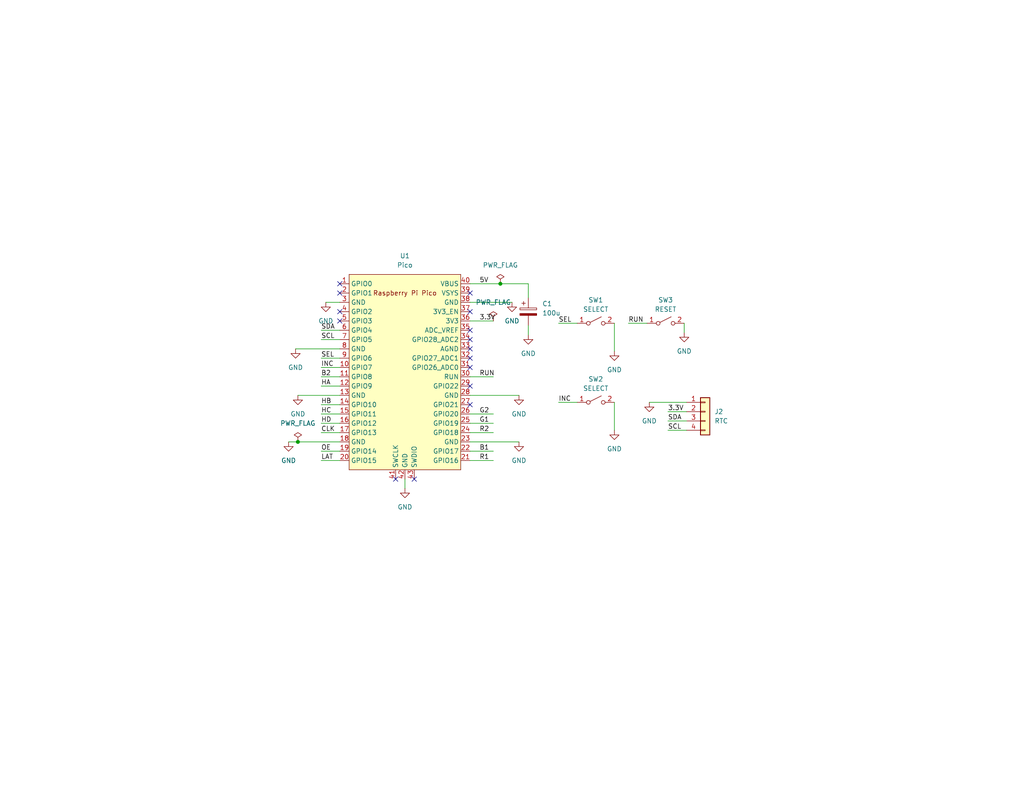
<source format=kicad_sch>
(kicad_sch (version 20211123) (generator eeschema)
  (paper "USLetter")
  (title_block (title "Matrix Clock") (date "2022-12-09") (rev "1") (company "Matt Wachowski"))
  (lib_symbols
    (symbol "Connector_Generic:Conn_01x04" (pin_names (offset 1.016) hide)
      (property "Reference" "J" (at 0 5.08 0))
      (property "Value" "Conn_01x04" (at 0 -7.62 0))
      (symbol "Conn_01x04_1_1"
        (rectangle (start -1.27 -4.953) (end 0 -5.207) (stroke (width 0.1524)))
        (rectangle (start -1.27 -2.413) (end 0 -2.667) (stroke (width 0.1524)))
        (rectangle (start -1.27 0.127) (end 0 -0.127) (stroke (width 0.1524)))
        (rectangle (start -1.27 2.667) (end 0 2.413) (stroke (width 0.1524)))
        (rectangle (start -1.27 3.81) (end 1.27 -6.35) (stroke (width 0.254)) (fill (type background)))
        (pin passive line (at -5.08 2.54 0) (length 3.81) (name "Pin_1") (number "1"))
        (pin passive line (at -5.08 0 0) (length 3.81) (name "Pin_2") (number "2"))
        (pin passive line (at -5.08 -2.54 0) (length 3.81) (name "Pin_3") (number "3"))
        (pin passive line (at -5.08 -5.08 0) (length 3.81) (name "Pin_4") (number "4"))
      )
    )
    (symbol "Device:C_Polarized" (pin_numbers hide) (pin_names (offset 0.254))
      (property "Reference" "C" (at 0.635 2.54 0))
      (property "Value" "C_Polarized" (at 0.635 -2.54 0))
      (symbol "C_Polarized_0_1"
        (rectangle (start -2.286 0.508) (end 2.286 1.016))
        (polyline (pts (xy -1.778 2.286) (xy -0.762 2.286)))
        (polyline (pts (xy -1.27 2.794) (xy -1.27 1.778)))
        (rectangle (start 2.286 -0.508) (end -2.286 -1.016) (fill (type outline)))
      )
      (symbol "C_Polarized_1_1"
        (pin passive line (at 0 3.81 270) (length 2.794) (name "~") (number "1"))
        (pin passive line (at 0 -3.81 90) (length 2.794) (name "~") (number "2"))
      )
    )
    (symbol "PI Pico:Pico"
      (property "Reference" "U" (at -13.97 27.94 0))
      (property "Value" "Pico" (at 0 19.05 0))
      (symbol "Pico_0_0"
        (text "Raspberry Pi Pico" (at 0 21.59 0) (effects (font (size 1.27 1.27))))
      )
      (symbol "Pico_0_1"
        (rectangle (start -15.24 26.67) (end 15.24 -26.67) (fill (type background)))
      )
      (symbol "Pico_1_1"
        (pin bidirectional line (at -17.78 24.13 0) (length 2.54) (name "GPIO0") (number "1"))
        (pin bidirectional line (at -17.78 1.27 0) (length 2.54) (name "GPIO7") (number "10"))
        (pin bidirectional line (at -17.78 -1.27 0) (length 2.54) (name "GPIO8") (number "11"))
        (pin bidirectional line (at -17.78 -3.81 0) (length 2.54) (name "GPIO9") (number "12"))
        (pin power_in line (at -17.78 -6.35 0) (length 2.54) (name "GND") (number "13"))
        (pin bidirectional line (at -17.78 -8.89 0) (length 2.54) (name "GPIO10") (number "14"))
        (pin bidirectional line (at -17.78 -11.43 0) (length 2.54) (name "GPIO11") (number "15"))
        (pin bidirectional line (at -17.78 -13.97 0) (length 2.54) (name "GPIO12") (number "16"))
        (pin bidirectional line (at -17.78 -16.51 0) (length 2.54) (name "GPIO13") (number "17"))
        (pin power_in line (at -17.78 -19.05 0) (length 2.54) (name "GND") (number "18"))
        (pin bidirectional line (at -17.78 -21.59 0) (length 2.54) (name "GPIO14") (number "19"))
        (pin bidirectional line (at -17.78 21.59 0) (length 2.54) (name "GPIO1") (number "2"))
        (pin bidirectional line (at -17.78 -24.13 0) (length 2.54) (name "GPIO15") (number "20"))
        (pin bidirectional line (at 17.78 -24.13 180) (length 2.54) (name "GPIO16") (number "21"))
        (pin bidirectional line (at 17.78 -21.59 180) (length 2.54) (name "GPIO17") (number "22"))
        (pin power_in line (at 17.78 -19.05 180) (length 2.54) (name "GND") (number "23"))
        (pin bidirectional line (at 17.78 -16.51 180) (length 2.54) (name "GPIO18") (number "24"))
        (pin bidirectional line (at 17.78 -13.97 180) (length 2.54) (name "GPIO19") (number "25"))
        (pin bidirectional line (at 17.78 -11.43 180) (length 2.54) (name "GPIO20") (number "26"))
        (pin bidirectional line (at 17.78 -8.89 180) (length 2.54) (name "GPIO21") (number "27"))
        (pin power_in line (at 17.78 -6.35 180) (length 2.54) (name "GND") (number "28"))
        (pin bidirectional line (at 17.78 -3.81 180) (length 2.54) (name "GPIO22") (number "29"))
        (pin power_in line (at -17.78 19.05 0) (length 2.54) (name "GND") (number "3"))
        (pin input line (at 17.78 -1.27 180) (length 2.54) (name "RUN") (number "30"))
        (pin bidirectional line (at 17.78 1.27 180) (length 2.54) (name "GPIO26_ADC0") (number "31"))
        (pin bidirectional line (at 17.78 3.81 180) (length 2.54) (name "GPIO27_ADC1") (number "32"))
        (pin power_in line (at 17.78 6.35 180) (length 2.54) (name "AGND") (number "33"))
        (pin bidirectional line (at 17.78 8.89 180) (length 2.54) (name "GPIO28_ADC2") (number "34"))
        (pin power_in line (at 17.78 11.43 180) (length 2.54) (name "ADC_VREF") (number "35"))
        (pin power_in line (at 17.78 13.97 180) (length 2.54) (name "3V3") (number "36"))
        (pin input line (at 17.78 16.51 180) (length 2.54) (name "3V3_EN") (number "37"))
        (pin bidirectional line (at 17.78 19.05 180) (length 2.54) (name "GND") (number "38"))
        (pin power_in line (at 17.78 21.59 180) (length 2.54) (name "VSYS") (number "39"))
        (pin bidirectional line (at -17.78 16.51 0) (length 2.54) (name "GPIO2") (number "4"))
        (pin power_in line (at 17.78 24.13 180) (length 2.54) (name "VBUS") (number "40"))
        (pin input line (at -2.54 -29.21 90) (length 2.54) (name "SWCLK") (number "41"))
        (pin power_in line (at 0 -29.21 90) (length 2.54) (name "GND") (number "42"))
        (pin bidirectional line (at 2.54 -29.21 90) (length 2.54) (name "SWDIO") (number "43"))
        (pin bidirectional line (at -17.78 13.97 0) (length 2.54) (name "GPIO3") (number "5"))
        (pin bidirectional line (at -17.78 11.43 0) (length 2.54) (name "GPIO4") (number "6"))
        (pin bidirectional line (at -17.78 8.89 0) (length 2.54) (name "GPIO5") (number "7"))
        (pin power_in line (at -17.78 6.35 0) (length 2.54) (name "GND") (number "8"))
        (pin bidirectional line (at -17.78 3.81 0) (length 2.54) (name "GPIO6") (number "9"))
      )
    )
    (symbol "Switch:SW_SPST" (pin_names (offset 0) hide)
      (property "Reference" "SW" (at 0 3.175 0))
      (property "Value" "SW_SPST" (at 0 -2.54 0))
      (symbol "SW_SPST_0_0"
        (circle (center -2.032 0) (radius 0.508))
        (polyline (pts (xy -1.524 0.254) (xy 1.524 1.778)))
        (circle (center 2.032 0) (radius 0.508))
      )
      (symbol "SW_SPST_1_1"
        (pin passive line (at -5.08 0 0) (length 2.54) (name "A") (number "1"))
        (pin passive line (at 5.08 0 180) (length 2.54) (name "B") (number "2"))
      )
    )
    (symbol "power:GND" (power) (pin_names (offset 0))
      (property "Value" "GND" (at 0 -3.81 0))
      (symbol "GND_0_1"
        (polyline (pts (xy 0 0) (xy 0 -1.27) (xy 1.27 -1.27) (xy 0 -2.54) (xy -1.27 -1.27) (xy 0 -1.27)))
      )
      (symbol "GND_1_1"
        (pin power_in line (at 0 0 270) (length 0) hide (name "GND") (number "1"))
      )
    )
    (symbol "power:PWR_FLAG" (power) (pin_numbers hide) (pin_names (offset 0) hide)
      (property "Value" "PWR_FLAG" (at 0 3.81 0))
      (symbol "PWR_FLAG_0_0"
        (pin power_out line (at 0 0 90) (length 0) (name "pwr") (number "1"))
      )
      (symbol "PWR_FLAG_0_1"
        (polyline (pts (xy 0 0) (xy 0 1.27) (xy -1.016 1.905) (xy 0 2.54) (xy 1.016 1.905) (xy 0 1.27)))
      )
    )
  )
  (junction (at 81.28 120.65))
  (junction (at 136.525 77.47))
  (no_connect (at 128.27 95.25))
  (no_connect (at 128.27 100.33))
  (no_connect (at 92.71 80.01))
  (no_connect (at 107.95 130.81))
  (no_connect (at 92.71 87.63))
  (no_connect (at 92.71 77.47))
  (no_connect (at 128.27 92.71))
  (no_connect (at 128.27 97.79))
  (no_connect (at 128.27 110.49))
  (no_connect (at 128.27 85.09))
  (no_connect (at 128.27 105.41))
  (no_connect (at 92.71 85.09))
  (no_connect (at 128.27 90.17))
  (no_connect (at 128.27 80.01))
  (no_connect (at 113.03 130.81))
  (wire (pts (xy 81.28 107.95) (xy 92.71 107.95)))
  (wire (pts (xy 81.28 120.65) (xy 92.71 120.65)))
  (wire (pts (xy 182.245 117.475) (xy 187.325 117.475)))
  (wire (pts (xy 128.27 120.65) (xy 141.605 120.65)))
  (wire (pts (xy 87.63 92.71) (xy 92.71 92.71)))
  (wire (pts (xy 152.4 88.265) (xy 157.48 88.265)))
  (wire (pts (xy 167.64 109.855) (xy 167.64 117.475)))
  (wire (pts (xy 87.63 105.41) (xy 92.71 105.41)))
  (wire (pts (xy 87.63 100.33) (xy 92.71 100.33)))
  (wire (pts (xy 128.27 82.55) (xy 139.7 82.55)))
  (wire (pts (xy 167.64 88.265) (xy 167.64 95.885)))
  (wire (pts (xy 182.245 112.395) (xy 187.325 112.395)))
  (wire (pts (xy 128.27 125.73) (xy 134.62 125.73)))
  (wire (pts (xy 144.145 77.47) (xy 144.145 81.28)))
  (wire (pts (xy 87.63 110.49) (xy 92.71 110.49)))
  (wire (pts (xy 186.69 88.265) (xy 186.69 90.805)))
  (wire (pts (xy 87.63 102.87) (xy 92.71 102.87)))
  (wire (pts (xy 87.63 97.79) (xy 92.71 97.79)))
  (wire (pts (xy 87.63 123.19) (xy 92.71 123.19)))
  (wire (pts (xy 87.63 118.11) (xy 92.71 118.11)))
  (wire (pts (xy 128.27 123.19) (xy 134.62 123.19)))
  (wire (pts (xy 152.4 109.855) (xy 157.48 109.855)))
  (wire (pts (xy 128.27 113.03) (xy 134.62 113.03)))
  (wire (pts (xy 78.74 120.65) (xy 81.28 120.65)))
  (wire (pts (xy 128.27 87.63) (xy 134.62 87.63)))
  (wire (pts (xy 128.27 118.11) (xy 134.62 118.11)))
  (wire (pts (xy 110.49 130.81) (xy 110.49 133.35)))
  (wire (pts (xy 88.9 82.55) (xy 92.71 82.55)))
  (wire (pts (xy 136.525 77.47) (xy 144.145 77.47)))
  (wire (pts (xy 87.63 113.03) (xy 92.71 113.03)))
  (wire (pts (xy 87.63 125.73) (xy 92.71 125.73)))
  (wire (pts (xy 144.145 88.9) (xy 144.145 91.44)))
  (wire (pts (xy 87.63 115.57) (xy 92.71 115.57)))
  (wire (pts (xy 128.27 77.47) (xy 136.525 77.47)))
  (wire (pts (xy 80.645 95.25) (xy 92.71 95.25)))
  (wire (pts (xy 182.245 114.935) (xy 187.325 114.935)))
  (wire (pts (xy 177.165 109.855) (xy 187.325 109.855)))
  (wire (pts (xy 87.63 90.17) (xy 92.71 90.17)))
  (wire (pts (xy 171.45 88.265) (xy 176.53 88.265)))
  (wire (pts (xy 128.27 107.95) (xy 141.605 107.95)))
  (wire (pts (xy 128.27 102.87) (xy 134.62 102.87)))
  (wire (pts (xy 128.27 115.57) (xy 134.62 115.57)))
  (label "HC" (at 87.63 113.03 0))
  (label "HA" (at 87.63 105.41 0))
  (label "G2" (at 130.81 113.03 0))
  (label "LAT" (at 87.63 125.73 0))
  (label "CLK" (at 87.63 118.11 0))
  (label "SCL" (at 87.63 92.71 0))
  (label "RUN" (at 130.81 102.87 0))
  (label "B2" (at 87.63 102.87 0))
  (label "5V" (at 130.81 77.47 0))
  (label "SEL" (at 152.4 88.265 0))
  (label "SCL" (at 182.245 117.475 0))
  (label "3.3V" (at 182.245 112.395 0))
  (label "G1" (at 130.81 115.57 0))
  (label "B1" (at 130.81 123.19 0))
  (label "SDA" (at 182.245 114.935 0))
  (label "R2" (at 130.81 118.11 0))
  (label "OE" (at 87.63 123.19 0))
  (label "SEL" (at 87.63 97.79 0))
  (label "INC" (at 152.4 109.855 0))
  (label "HD" (at 87.63 115.57 0))
  (label "3.3V" (at 130.81 87.63 0))
  (label "RUN" (at 171.45 88.265 0))
  (label "R1" (at 130.81 125.73 0))
  (label "INC" (at 87.63 100.33 0))
  (label "HB" (at 87.63 110.49 0))
  (label "SDA" (at 87.63 90.17 0))
  (symbol (lib_id "Connector_Generic:Conn_01x04") (at 192.405 112.395 0) (unit 1)
    (property "Reference" "J2" (at 194.945 112.3949 0) (effects (justify left)))
    (property "Value" "RTC" (at 194.945 114.9349 0) (effects (justify left)))
    (property "Footprint" "Connector_PinHeader_2.54mm:PinHeader_1x04_P2.54mm_Vertical" (effects hide))
  )
  (symbol (lib_id "Switch:SW_SPST") (at 162.56 109.855 0) (unit 1)
    (property "Reference" "SW2" (at 162.56 103.505 0))
    (property "Value" "SELECT" (at 162.56 106.045 0))
    (property "Footprint" "Button_Switch_THT:SW_PUSH-12mm" (effects hide))
  )
  (symbol (lib_id "power:GND") (at 167.64 117.475 0) (unit 1)
    (property "Reference" "#PWR014" (effects hide))
    (property "Value" "GND" (at 167.64 122.555 0))
  )
  (symbol (lib_id "power:GND") (at 141.605 120.65 0) (unit 1)
    (property "Reference" "#PWR09" (effects hide))
    (property "Value" "GND" (at 141.605 125.73 0))
  )
  (symbol (lib_id "power:GND") (at 110.49 133.35 0) (unit 1)
    (property "Reference" "#PWR05" (effects hide))
    (property "Value" "GND" (at 110.49 138.43 0))
  )
  (symbol (lib_id "power:GND") (at 177.165 109.855 0) (unit 1)
    (property "Reference" "#PWR016" (effects hide))
    (property "Value" "GND" (at 177.165 114.935 0))
  )
  (symbol (lib_id "power:GND") (at 186.69 90.805 0) (unit 1)
    (property "Reference" "#PWR015" (effects hide))
    (property "Value" "GND" (at 186.69 95.885 0))
  )
  (symbol (lib_id "power:GND") (at 167.64 95.885 0) (unit 1)
    (property "Reference" "#PWR013" (effects hide))
    (property "Value" "GND" (at 167.64 100.965 0))
  )
  (symbol (lib_id "Switch:SW_SPST") (at 162.56 88.265 0) (unit 1)
    (property "Reference" "SW1" (at 162.56 81.915 0))
    (property "Value" "SELECT" (at 162.56 84.455 0))
    (property "Footprint" "Button_Switch_THT:SW_PUSH-12mm" (effects hide))
  )
  (symbol (lib_id "PI Pico:Pico") (at 110.49 101.6 0) (unit 1)
    (property "Reference" "U1" (at 110.49 69.85 0))
    (property "Value" "Pico" (at 110.49 72.39 0))
    (property "Footprint" "Raspberry_Pi_Pico:RPi_Pico_SMD_TH" (effects hide))
  )
  (symbol (lib_id "power:GND") (at 141.605 107.95 0) (unit 1)
    (property "Reference" "#PWR08" (effects hide))
    (property "Value" "GND" (at 141.605 113.03 0))
  )
  (symbol (lib_id "power:GND") (at 139.7 82.55 0) (unit 1)
    (property "Reference" "#PWR06" (effects hide))
    (property "Value" "GND" (at 139.7 87.63 0))
  )
  (symbol (lib_id "power:GND") (at 80.645 95.25 0) (unit 1)
    (property "Reference" "#PWR03" (effects hide))
    (property "Value" "GND" (at 80.645 100.33 0))
  )
  (symbol (lib_id "Device:C_Polarized") (at 144.145 85.09 0) (unit 1)
    (property "Reference" "C1" (at 147.955 82.9309 0) (effects (justify left)))
    (property "Value" "100u" (at 147.955 85.4709 0) (effects (justify left)))
    (property "Footprint" "Capacitor_THT:CP_Radial_D6.3mm_P2.50mm" (effects hide))
  )
  (symbol (lib_id "power:GND") (at 88.9 82.55 0) (unit 1)
    (property "Reference" "#PWR02" (effects hide))
    (property "Value" "GND" (at 88.9 87.63 0))
  )
  (symbol (lib_id "power:GND") (at 144.145 91.44 0) (unit 1)
    (property "Reference" "#PWR012" (effects hide))
    (property "Value" "GND" (at 144.145 96.52 0))
  )
  (symbol (lib_id "power:GND") (at 78.74 120.65 0) (unit 1)
    (property "Reference" "#PWR01" (effects hide))
    (property "Value" "GND" (at 78.74 125.73 0))
  )
  (symbol (lib_id "power:PWR_FLAG") (at 136.525 77.47 0) (unit 1)
    (property "Reference" "#FLG01" (effects hide))
    (property "Value" "PWR_FLAG" (at 136.525 72.39 0))
  )
  (symbol (lib_id "power:GND") (at 81.28 107.95 0) (unit 1)
    (property "Reference" "#PWR04" (effects hide))
    (property "Value" "GND" (at 81.28 113.03 0))
  )
  (symbol (lib_id "power:PWR_FLAG") (at 134.62 87.63 0) (unit 1)
    (property "Reference" "#FLG0102" (effects hide))
    (property "Value" "PWR_FLAG" (at 134.62 82.55 0))
  )
  (symbol (lib_id "power:PWR_FLAG") (at 81.28 120.65 0) (unit 1)
    (property "Reference" "#FLG0101" (effects hide))
    (property "Value" "PWR_FLAG" (at 81.28 115.57 0))
  )
  (symbol (lib_id "Switch:SW_SPST") (at 181.61 88.265 0) (unit 1)
    (property "Reference" "SW3" (at 181.61 81.915 0))
    (property "Value" "RESET" (at 181.61 84.455 0))
    (property "Footprint" "Matt:SMD_Button_6mm_3_5mm" (effects hide))
  )
)
</source>
